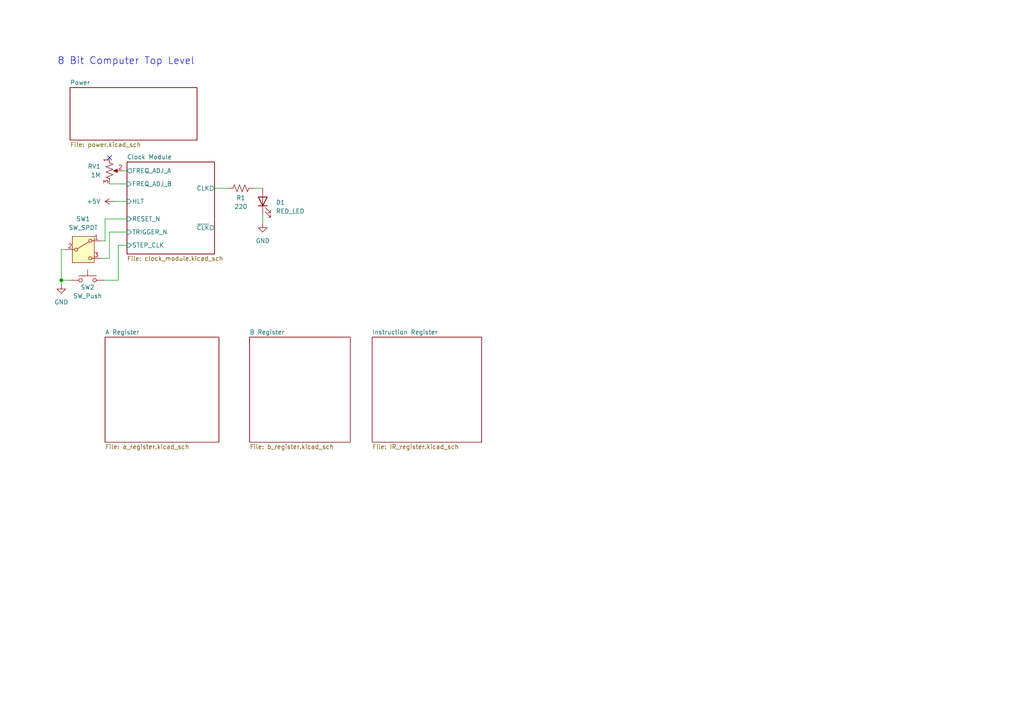
<source format=kicad_sch>
(kicad_sch (version 20250114) (generator "eeschema") (generator_version "9.0")
  (paper "A4")
  (lib_symbols
    (symbol "Device:LED" (pin_numbers (hide yes)) (pin_names (offset 1.016) (hide yes))
      (property "Reference" "D" (at 0 2.54 0))
      (property "Value" "LED" (at 0 -2.54 0))
      (symbol "LED_0_1"
        (polyline (pts (xy -3.048 -0.762) (xy -4.572 -2.286) (xy -3.81 -2.286) (xy -4.572 -2.286) (xy -4.572 -1.524)))
        (polyline (pts (xy -1.778 -0.762) (xy -3.302 -2.286) (xy -2.54 -2.286) (xy -3.302 -2.286) (xy -3.302 -1.524)))
        (polyline (pts (xy -1.27 0) (xy 1.27 0)))
        (polyline (pts (xy -1.27 -1.27) (xy -1.27 1.27)) (stroke (width 0.254)))
        (polyline (pts (xy 1.27 -1.27) (xy 1.27 1.27) (xy -1.27 0) (xy 1.27 -1.27)) (stroke (width 0.254)))
      )
      (symbol "LED_1_1"
        (pin passive line (at -3.81 0 0) (length 2.54) (name "K") (number "1"))
        (pin passive line (at 3.81 0 180) (length 2.54) (name "A") (number "2"))
      )
    )
    (symbol "Device:R_Potentiometer_US" (pin_names (offset 1.016) (hide yes))
      (property "Reference" "RV" (at -4.445 0 90))
      (property "Value" "R_Potentiometer_US" (at -2.54 0 90))
      (symbol "R_Potentiometer_US_0_1"
        (polyline (pts (xy 0 2.54) (xy 0 2.286)))
        (polyline (pts (xy 0 2.286) (xy 1.016 1.905) (xy 0 1.524) (xy -1.016 1.143) (xy 0 0.762)))
        (polyline (pts (xy 0 0.762) (xy 1.016 0.381) (xy 0 0) (xy -1.016 -0.381) (xy 0 -0.762)))
        (polyline (pts (xy 0 -0.762) (xy 1.016 -1.143) (xy 0 -1.524) (xy -1.016 -1.905) (xy 0 -2.286)))
        (polyline (pts (xy 0 -2.286) (xy 0 -2.54)))
        (polyline (pts (xy 1.143 0) (xy 2.286 0.508) (xy 2.286 -0.508) (xy 1.143 0)) (fill (type outline)))
        (polyline (pts (xy 2.54 0) (xy 1.524 0)))
      )
      (symbol "R_Potentiometer_US_1_1"
        (pin passive line (at 0 3.81 270) (length 1.27) (name "1") (number "1"))
        (pin passive line (at 0 -3.81 90) (length 1.27) (name "3") (number "3"))
        (pin passive line (at 3.81 0 180) (length 1.27) (name "2") (number "2"))
      )
    )
    (symbol "Device:R_US" (pin_numbers (hide yes)) (pin_names (offset 0))
      (property "Reference" "R" (at 2.54 0 90))
      (property "Value" "R_US" (at -2.54 0 90))
      (symbol "R_US_0_1"
        (polyline (pts (xy 0 2.286) (xy 0 2.54)))
        (polyline (pts (xy 0 2.286) (xy 1.016 1.905) (xy 0 1.524) (xy -1.016 1.143) (xy 0 0.762)))
        (polyline (pts (xy 0 0.762) (xy 1.016 0.381) (xy 0 0) (xy -1.016 -0.381) (xy 0 -0.762)))
        (polyline (pts (xy 0 -0.762) (xy 1.016 -1.143) (xy 0 -1.524) (xy -1.016 -1.905) (xy 0 -2.286)))
        (polyline (pts (xy 0 -2.286) (xy 0 -2.54)))
      )
      (symbol "R_US_1_1"
        (pin passive line (at 0 3.81 270) (length 1.27) (name "~") (number "1"))
        (pin passive line (at 0 -3.81 90) (length 1.27) (name "~") (number "2"))
      )
    )
    (symbol "Switch:SW_Push" (pin_numbers (hide yes)) (pin_names (offset 1.016) (hide yes))
      (property "Reference" "SW" (at 1.27 2.54 0))
      (property "Value" "SW_Push" (at 0 -1.524 0))
      (symbol "SW_Push_0_1"
        (circle (center -2.032 0) (radius 0.508))
        (polyline (pts (xy 0 1.27) (xy 0 3.048)))
        (circle (center 2.032 0) (radius 0.508))
        (polyline (pts (xy 2.54 1.27) (xy -2.54 1.27)))
        (pin passive line (at -5.08 0 0) (length 2.54) (name "1") (number "1"))
        (pin passive line (at 5.08 0 180) (length 2.54) (name "2") (number "2"))
      )
    )
    (symbol "Switch:SW_SPDT" (pin_names (offset 0) (hide yes))
      (property "Reference" "SW" (at 0 5.08 0))
      (property "Value" "SW_SPDT" (at 0 -5.08 0))
      (symbol "SW_SPDT_0_1"
        (circle (center -2.032 0) (radius 0.4572))
        (polyline (pts (xy -1.651 0.254) (xy 1.651 2.286)))
        (circle (center 2.032 2.54) (radius 0.4572))
        (circle (center 2.032 -2.54) (radius 0.4572))
      )
      (symbol "SW_SPDT_1_1"
        (rectangle (start -3.175 3.81) (end 3.175 -3.81) (fill (type background)))
        (pin passive line (at -5.08 0 0) (length 2.54) (name "B") (number "2"))
        (pin passive line (at 5.08 2.54 180) (length 2.54) (name "A") (number "1"))
        (pin passive line (at 5.08 -2.54 180) (length 2.54) (name "C") (number "3"))
      )
    )
    (symbol "power:+5V" (power) (pin_numbers (hide yes)) (pin_names (offset 0) (hide yes))
      (property "Value" "+5V" (at 0 3.556 0))
      (symbol "+5V_0_1"
        (polyline (pts (xy -0.762 1.27) (xy 0 2.54)))
        (polyline (pts (xy 0 2.54) (xy 0.762 1.27)))
        (polyline (pts (xy 0 0) (xy 0 2.54)))
      )
      (symbol "+5V_1_1"
        (pin power_in line (at 0 0 90) (length 0) (name "~") (number "1"))
      )
    )
    (symbol "power:GND" (power) (pin_numbers (hide yes)) (pin_names (offset 0) (hide yes))
      (property "Value" "GND" (at 0 -3.81 0))
      (symbol "GND_0_1"
        (polyline (pts (xy 0 0) (xy 0 -1.27) (xy 1.27 -1.27) (xy 0 -2.54) (xy -1.27 -1.27) (xy 0 -1.27)))
      )
      (symbol "GND_1_1"
        (pin power_in line (at 0 0 270) (length 0) (name "~") (number "1"))
      )
    )
  )
  (text "8 Bit Computer Top Level" (at 36.576 17.78 0) (effects (font (size 2.032 2.032))))
  (junction (at 17.78 81.28))
  (no_connect (at 31.75 45.72))
  (wire (pts (xy 35.56 49.53) (xy 36.83 49.53)))
  (wire (pts (xy 29.21 74.93) (xy 31.75 74.93)))
  (wire (pts (xy 30.48 63.5) (xy 36.83 63.5)))
  (wire (pts (xy 17.78 81.28) (xy 20.32 81.28)))
  (wire (pts (xy 30.48 81.28) (xy 34.29 81.28)))
  (wire (pts (xy 31.75 53.34) (xy 36.83 53.34)))
  (wire (pts (xy 31.75 67.31) (xy 36.83 67.31)))
  (wire (pts (xy 34.29 71.12) (xy 34.29 81.28)))
  (wire (pts (xy 31.75 74.93) (xy 31.75 67.31)))
  (wire (pts (xy 36.83 71.12) (xy 34.29 71.12)))
  (wire (pts (xy 17.78 72.39) (xy 17.78 81.28)))
  (wire (pts (xy 29.21 69.85) (xy 30.48 69.85)))
  (wire (pts (xy 19.05 72.39) (xy 17.78 72.39)))
  (wire (pts (xy 62.23 54.61) (xy 66.04 54.61)))
  (wire (pts (xy 36.83 58.42) (xy 33.02 58.42)))
  (wire (pts (xy 73.66 54.61) (xy 76.2 54.61)))
  (wire (pts (xy 17.78 81.28) (xy 17.78 82.55)))
  (wire (pts (xy 30.48 69.85) (xy 30.48 63.5)))
  (wire (pts (xy 76.2 62.23) (xy 76.2 64.77)))
  (symbol (lib_id "power:GND") (at 76.2 64.77 0) (unit 1)
    (property "Reference" "#PWR03" (effects (hide yes)))
    (property "Value" "GND" (at 76.2 69.85 0))
    (property "Description" "Power symbol creates a global label with name \"GND\" , ground" (effects (hide yes)))
  )
  (symbol (lib_id "Device:R_US") (at 69.85 54.61 270) (unit 1)
    (property "Reference" "R1" (at 69.85 57.404 90))
    (property "Value" "220" (at 69.85 59.944 90))
    (property "Description" "Resistor, US symbol" (effects (hide yes)))
  )
  (symbol (lib_id "Device:R_Potentiometer_US") (at 31.75 49.53 0) (unit 1)
    (property "Reference" "RV1" (at 29.21 48.2599 0) (effects (justify right)))
    (property "Value" "1M" (at 29.21 50.7999 0) (effects (justify right)))
    (property "Description" "Potentiometer, US symbol" (effects (hide yes)))
  )
  (symbol (lib_id "Switch:SW_SPDT") (at 24.13 72.39 0) (unit 1)
    (property "Reference" "SW1" (at 24.13 63.5 0))
    (property "Value" "SW_SPDT" (at 24.13 66.04 0))
    (property "Description" "Switch, single pole double throw" (effects (hide yes)))
  )
  (symbol (lib_id "Device:LED") (at 76.2 58.42 90) (unit 1)
    (property "Reference" "D1" (at 80.01 58.7374 90) (effects (justify right)))
    (property "Value" "RED_LED" (at 80.01 61.2774 90) (effects (justify right)))
    (property "Description" "Light emitting diode" (effects (hide yes)))
    (property "Sim.Pins" "1=K 2=A" (effects (hide yes)))
  )
  (symbol (lib_id "Switch:SW_Push") (at 25.4 81.28 0) (unit 1)
    (property "Reference" "SW2" (at 25.4 83.312 0))
    (property "Value" "SW_Push" (at 25.4 85.852 0))
    (property "Description" "Push button switch, generic, two pins" (effects (hide yes)))
  )
  (symbol (lib_id "power:+5V") (at 33.02 58.42 90) (mirror x) (unit 1)
    (property "Reference" "#PWR02" (effects (hide yes)))
    (property "Value" "+5V" (at 29.21 58.4199 90) (effects (justify left)))
    (property "Description" "Power symbol creates a global label with name \"+5V\"" (effects (hide yes)))
  )
  (symbol (lib_id "power:GND") (at 17.78 82.55 0) (unit 1)
    (property "Reference" "#PWR01" (effects (hide yes)))
    (property "Value" "GND" (at 17.78 87.63 0))
    (property "Description" "Power symbol creates a global label with name \"GND\" , ground" (effects (hide yes)))
  )
  (sheet (at 36.83 46.99) (size 25.4 26.67) (stroke (width 0.1524))
    (property "Sheetname" "Clock Module" (at 36.83 46.2784 0) (effects (justify left bottom)))
    (property "Sheetfile" "clock_module.kicad_sch" (at 36.83 74.2446 0) (effects (justify left top)))
    (pin "CLK" output (at 62.23 54.61 0))
    (pin "HLT" input (at 36.83 58.42 180))
    (pin "RESET_N" input (at 36.83 63.5 180))
    (pin "STEP_CLK" input (at 36.83 71.12 180))
    (pin "TRIGGER_N" input (at 36.83 67.31 180))
    (pin "~{CLK}" output (at 62.23 66.04 0))
    (pin "FREQ_ADJ_A" output (at 36.83 49.53 180))
    (pin "FREQ_ADJ_B" input (at 36.83 53.34 180))
  )
  (sheet (at 20.32 25.4) (size 36.83 15.24) (stroke (width 0.1524))
    (property "Sheetname" "Power" (at 20.32 24.6884 0) (effects (justify left bottom)))
    (property "Sheetfile" "power.kicad_sch" (at 20.32 41.2246 0) (effects (justify left top)))
  )
  (sheet (at 72.39 97.79) (size 29.21 30.48) (stroke (width 0.1524))
    (property "Sheetname" "B Register" (at 72.39 97.0784 0) (effects (justify left bottom)))
    (property "Sheetfile" "b_register.kicad_sch" (at 72.39 128.8546 0) (effects (justify left top)))
  )
  (sheet (at 107.95 97.79) (size 31.75 30.48) (stroke (width 0.1524))
    (property "Sheetname" "Instruction Register" (at 107.95 97.0784 0) (effects (justify left bottom)))
    (property "Sheetfile" "IR_register.kicad_sch" (at 107.95 128.8546 0) (effects (justify left top)))
  )
  (sheet (at 30.48 97.79) (size 33.02 30.48) (stroke (width 0.1524))
    (property "Sheetname" "A Register" (at 30.48 97.0784 0) (effects (justify left bottom)))
    (property "Sheetfile" "a_register.kicad_sch" (at 30.48 128.8546 0) (effects (justify left top)))
  )
)
</source>
